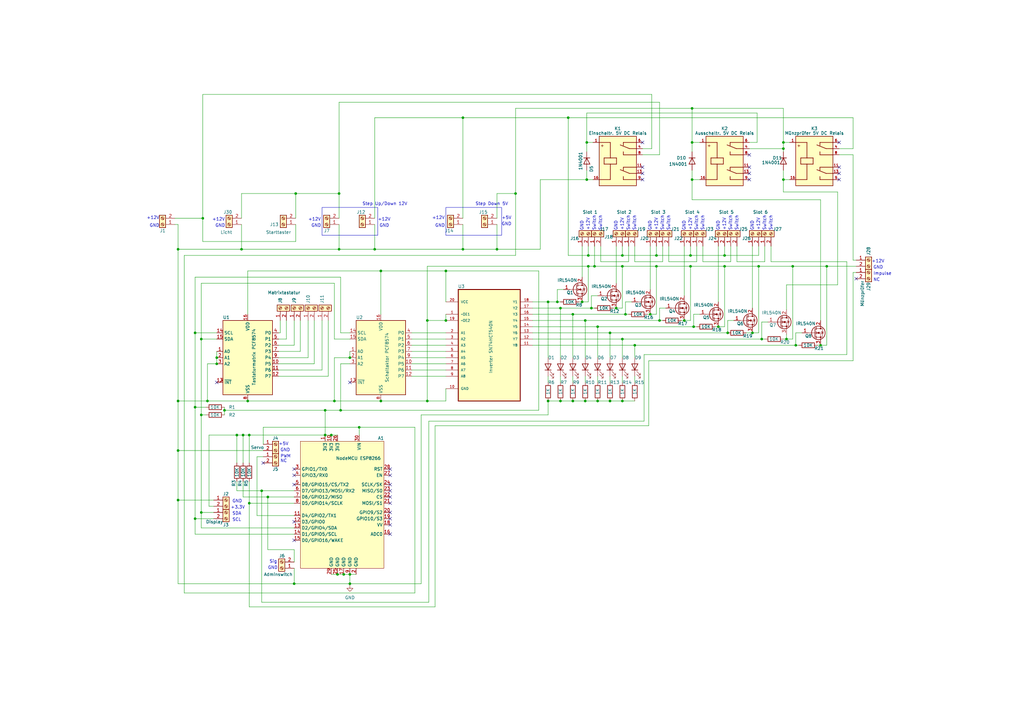
<source format=kicad_sch>
(kicad_sch (version 20230121) (generator eeschema)
  (paper "A3")
  (lib_symbols
    (symbol "74xx:SN74HCT540N" (pin_names (offset 1.016))
      (property "Reference" "U" (at -4.9824 22.5223 0))
      (property "Value" "SN74HCT540N" (at -5.8248 -28.132 0))
      (symbol "SN74HCT540N_0_0"
        (pin input line (at -17.78 10.16 0) (length 5.08) (name "~OE1") (number "1"))
        (pin passive line (at -17.78 -20.32 0) (length 5.08) (name "GND") (number "10"))
        (pin output line (at 17.78 -2.54 180) (length 5.08) (name "Y8") (number "11"))
        (pin output line (at 17.78 0 180) (length 5.08) (name "Y7") (number "12"))
        (pin output line (at 17.78 2.54 180) (length 5.08) (name "Y6") (number "13"))
        (pin output line (at 17.78 5.08 180) (length 5.08) (name "Y5") (number "14"))
        (pin output line (at 17.78 7.62 180) (length 5.08) (name "Y4") (number "15"))
        (pin output line (at 17.78 10.16 180) (length 5.08) (name "Y3") (number "16"))
        (pin output line (at 17.78 12.7 180) (length 5.08) (name "Y2") (number "17"))
        (pin output line (at 17.78 15.24 180) (length 5.08) (name "Y1") (number "18"))
        (pin input line (at -17.78 7.62 0) (length 5.08) (name "~OE2") (number "19"))
        (pin input line (at -17.78 2.54 0) (length 5.08) (name "A1") (number "2"))
        (pin power_in line (at -17.78 15.24 0) (length 5.08) (name "VCC") (number "20"))
        (pin input line (at -17.78 -2.54 0) (length 5.08) (name "A3") (number "4"))
      )
      (symbol "SN74HCT540N_1_0"
        (pin input line (at -17.78 0 0) (length 5.08) (name "A2") (number "3"))
        (pin input line (at -17.78 -5.08 0) (length 5.08) (name "A4") (number "5"))
        (pin input line (at -17.78 -7.62 0) (length 5.08) (name "A5") (number "6"))
        (pin input line (at -17.78 -10.16 0) (length 5.08) (name "A6") (number "7"))
        (pin input line (at -17.78 -12.7 0) (length 5.08) (name "A7") (number "8"))
        (pin input line (at -17.78 -15.24 0) (length 5.08) (name "A8") (number "9"))
      )
    )
    (symbol "Connector:Screw_Terminal_01x02" (pin_names (offset 1.016) hide)
      (property "Reference" "J" (at 0 2.54 0))
      (property "Value" "Screw_Terminal_01x02" (at 0 -5.08 0))
      (symbol "Screw_Terminal_01x02_1_1"
        (pin passive line (at -5.08 0 0) (length 3.81) (name "Pin_1") (number "1"))
        (pin passive line (at -5.08 -2.54 0) (length 3.81) (name "Pin_2") (number "2"))
      )
    )
    (symbol "Device:LED" (pin_numbers hide) (pin_names (offset 1.016) hide)
      (property "Reference" "D" (at 0 2.54 0))
      (property "Value" "LED" (at 0 -2.54 0))
      (symbol "LED_1_1"
        (pin passive line (at -3.81 0 0) (length 2.54) (name "K") (number "1"))
        (pin passive line (at 3.81 0 180) (length 2.54) (name "A") (number "2"))
      )
    )
    (symbol "Device:R" (pin_numbers hide) (pin_names (offset 0))
      (property "Reference" "R" (at 2.032 0 90))
      (property "Value" "R" (at 0 0 90))
      (symbol "R_1_1"
        (pin passive line (at 0 3.81 270) (length 1.27) (name "~") (number "1"))
        (pin passive line (at 0 -3.81 90) (length 1.27) (name "~") (number "2"))
      )
    )
    (symbol "Diode:1N4001" (pin_numbers hide) (pin_names hide)
      (property "Reference" "D" (at 0 2.54 0))
      (property "Value" "1N4001" (at 0 -2.54 0))
      (symbol "1N4001_1_1"
        (pin passive line (at -3.81 0 0) (length 2.54) (name "K") (number "1"))
        (pin passive line (at 3.81 0 180) (length 2.54) (name "A") (number "2"))
      )
    )
    (symbol "Interface_Expansion:PCF8574"
      (property "Reference" "U" (at -8.89 16.51 0))
      (property "Value" "PCF8574" (at 2.54 16.51 0))
      (symbol "PCF8574_1_1"
        (pin input line (at -12.7 2.54 0) (length 2.54) (name "A0") (number "1"))
        (pin bidirectional line (at 12.7 -2.54 180) (length 2.54) (name "P5") (number "10"))
        (pin bidirectional line (at 12.7 -5.08 180) (length 2.54) (name "P6") (number "11"))
        (pin bidirectional line (at 12.7 -7.62 180) (length 2.54) (name "P7") (number "12"))
        (pin open_collector output_low (at -12.7 -10.16 0) (length 2.54) (name "~{INT}") (number "13"))
        (pin input line (at -12.7 10.16 0) (length 2.54) (name "SCL") (number "14"))
        (pin bidirectional line (at -12.7 7.62 0) (length 2.54) (name "SDA") (number "15"))
        (pin power_in line (at 0 17.78 270) (length 2.54) (name "VDD") (number "16"))
        (pin input line (at -12.7 0 0) (length 2.54) (name "A1") (number "2"))
        (pin input line (at -12.7 -2.54 0) (length 2.54) (name "A2") (number "3"))
        (pin bidirectional line (at 12.7 10.16 180) (length 2.54) (name "P0") (number "4"))
        (pin bidirectional line (at 12.7 7.62 180) (length 2.54) (name "P1") (number "5"))
        (pin bidirectional line (at 12.7 5.08 180) (length 2.54) (name "P2") (number "6"))
        (pin bidirectional line (at 12.7 2.54 180) (length 2.54) (name "P3") (number "7"))
        (pin power_in line (at 0 -17.78 90) (length 2.54) (name "VSS") (number "8"))
        (pin bidirectional line (at 12.7 0 180) (length 2.54) (name "P4") (number "9"))
      )
    )
    (symbol "PCM_SL_Development_Board:Lolin_NodeMCU_ESP8266_V3"
      (property "Reference" "A" (at -12.7 27.94 0))
      (property "Value" "Lolin_NodeMCU_ESP8266_V3" (at -0.635 -19.05 0))
      (symbol "Lolin_NodeMCU_ESP8266_V3_1_1"
        (pin power_in line (at -7.62 27.94 270) (length 2.54) (name "3V3") (number "1"))
        (pin power_in line (at -5.08 27.94 270) (length 2.54) (name "3V3") (number "10"))
        (pin bidirectional line (at -20.32 -5.08 0) (length 2.54) (name "D4/GPIO2/TX1") (number "11"))
        (pin bidirectional line (at -20.32 -7.62 0) (length 2.54) (name "D3/GPIO0") (number "12"))
        (pin bidirectional line (at -20.32 -10.16 0) (length 2.54) (name "D2/GPIO4/SDA") (number "13"))
        (pin bidirectional line (at -20.32 -12.7 0) (length 2.54) (name "D1/GPIO5/SCL") (number "14"))
        (pin bidirectional line (at -20.32 -15.24 0) (length 2.54) (name "D0/GPIO16/WAKE") (number "15"))
        (pin bidirectional line (at 19.05 -12.7 180) (length 2.54) (name "ADC0") (number "16"))
        (pin power_in line (at 0 -29.21 90) (length 2.54) (name "GND") (number "17"))
        (pin bidirectional line (at 19.05 -8.89 180) (length 2.54) (name "VV") (number "18"))
        (pin bidirectional line (at 19.05 -6.35 180) (length 2.54) (name "GPIO10/S3") (number "19"))
        (pin power_in line (at 5.08 -29.21 90) (length 2.54) (name "GND") (number "2"))
        (pin bidirectional line (at 19.05 -3.81 180) (length 2.54) (name "GPIO9/S2") (number "20"))
        (pin bidirectional line (at 19.05 0 180) (length 2.54) (name "MOSI/S1") (number "21"))
        (pin bidirectional line (at 19.05 2.54 180) (length 2.54) (name "CS") (number "22"))
        (pin bidirectional line (at 19.05 5.08 180) (length 2.54) (name "MISO/S0") (number "23"))
        (pin bidirectional line (at 19.05 7.62 180) (length 2.54) (name "SCLK/SK") (number "24"))
        (pin power_in line (at -2.54 -29.21 90) (length 2.54) (name "GND") (number "25"))
        (pin power_in line (at -2.54 27.94 270) (length 2.54) (name "3V3") (number "26"))
        (pin bidirectional line (at 19.05 11.43 180) (length 2.54) (name "EN") (number "27"))
        (pin bidirectional line (at 19.05 13.97 180) (length 2.54) (name "RST") (number "28"))
        (pin power_in line (at -5.08 -29.21 90) (length 2.54) (name "GND") (number "29"))
        (pin bidirectional line (at -20.32 13.97 0) (length 2.54) (name "GPIO1/TX0") (number "3"))
        (pin power_in line (at 6.35 27.94 270) (length 2.54) (name "VIN") (number "30"))
        (pin bidirectional line (at -20.32 11.43 0) (length 2.54) (name "GPIO3/RX0") (number "4"))
        (pin bidirectional line (at -20.32 7.62 0) (length 2.54) (name "D8/GPIO15/CS/TX2") (number "5"))
        (pin bidirectional line (at -20.32 5.08 0) (length 2.54) (name "D7/GPIO13/MOSI/RX2") (number "6"))
        (pin bidirectional line (at -20.32 2.54 0) (length 2.54) (name "D6/GPIO12/MISO") (number "7"))
        (pin bidirectional line (at -20.32 0 0) (length 2.54) (name "D5/GPIO14/SCLK") (number "8"))
        (pin power_in line (at 2.54 -29.21 90) (length 2.54) (name "GND") (number "9"))
      )
    )
    (symbol "Relay:1-1462037-8" (pin_names (offset 1.016))
      (property "Reference" "K" (at -7.6347 10.6886 0))
      (property "Value" "1-1462037-8" (at -7.6246 -12.7076 0))
      (symbol "1-1462037-8_0_0"
        (pin passive line (at -10.16 7.62 0) (length 2.54) (name "~") (number "1"))
      )
      (symbol "1-1462037-8_1_0"
        (pin passive line (at 10.16 -2.54 180) (length 2.54) (name "~") (number "11"))
        (pin passive line (at 10.16 -5.08 180) (length 2.54) (name "~") (number "13"))
        (pin passive line (at -10.16 -7.62 0) (length 2.54) (name "~") (number "16"))
        (pin passive line (at 10.16 5.08 180) (length 2.54) (name "~") (number "4"))
        (pin passive line (at 10.16 7.62 180) (length 2.54) (name "~") (number "6"))
        (pin passive line (at 10.16 2.54 180) (length 2.54) (name "~") (number "8"))
        (pin passive line (at 10.16 -7.62 180) (length 2.54) (name "~") (number "9"))
      )
      (symbol "1-1462037-8_1_1"
        (text "+" (at -6.35 6.35 0) (effects (font (size 1.27 1.27))))
      )
    )
    (symbol "Transistor_FET:IRF540N" (pin_names hide)
      (property "Reference" "Q" (at 6.35 1.905 0))
      (property "Value" "IRF540N" (at 6.35 0 0))
      (symbol "IRF540N_1_1"
        (pin input line (at -5.08 0 0) (length 2.54) (name "G") (number "1"))
        (pin passive line (at 2.54 5.08 270) (length 2.54) (name "D") (number "2"))
        (pin passive line (at 2.54 -5.08 90) (length 2.54) (name "S") (number "3"))
      )
    )
    (symbol "power:GND" (power) (pin_names (offset 0))
      (property "Value" "GND" (at 0 -3.81 0))
      (symbol "GND_1_1"
        (pin power_in line (at 0 0 270) (length 0) hide (name "GND") (number "1"))
      )
    )
  )
  (junction (at 240.03 164.465))
  (junction (at 97.155 178.435))
  (junction (at 245.11 164.465))
  (junction (at 297.18 104.775))
  (junction (at 182.88 131.445))
  (junction (at 88.9 146.685))
  (junction (at 283.21 104.775))
  (junction (at 250.19 164.465))
  (junction (at 229.87 164.465))
  (junction (at 83.185 89.535))
  (junction (at 121.285 79.375))
  (junction (at 156.21 111.125))
  (junction (at 82.55 139.065))
  (junction (at 322.58 139.065))
  (junction (at 109.855 203.835))
  (junction (at 238.76 123.825))
  (junction (at 240.665 73.66))
  (junction (at 326.39 141.605))
  (junction (at 283.21 109.22))
  (junction (at 229.87 126.365))
  (junction (at 321.31 58.42))
  (junction (at 73.025 102.235))
  (junction (at 137.16 164.465))
  (junction (at 120.65 239.395))
  (junction (at 255.27 109.22))
  (junction (at 135.89 178.435))
  (junction (at 243.84 109.22))
  (junction (at 241.3 109.22))
  (junction (at 240.03 131.445))
  (junction (at 85.09 164.465))
  (junction (at 80.01 136.525))
  (junction (at 298.45 136.525))
  (junction (at 321.31 60.96))
  (junction (at 101.6 164.465))
  (junction (at 269.24 104.775))
  (junction (at 245.11 133.985))
  (junction (at 284.48 133.985))
  (junction (at 250.19 136.525))
  (junction (at 270.51 131.445))
  (junction (at 255.27 139.065))
  (junction (at 140.97 235.585))
  (junction (at 255.27 164.465))
  (junction (at 73.025 205.105))
  (junction (at 294.64 133.985))
  (junction (at 182.88 111.125))
  (junction (at 139.065 102.235))
  (junction (at 260.35 141.605))
  (junction (at 252.73 126.365))
  (junction (at 133.35 168.275))
  (junction (at 312.42 139.065))
  (junction (at 88.9 149.225))
  (junction (at 211.455 79.375))
  (junction (at 269.24 109.22))
  (junction (at 203.835 102.235))
  (junction (at 99.695 178.435))
  (junction (at 82.55 170.18))
  (junction (at 280.67 131.445))
  (junction (at 255.27 104.775))
  (junction (at 139.7 168.275))
  (junction (at 283.845 73.66))
  (junction (at 234.95 128.905))
  (junction (at 224.79 123.825))
  (junction (at 80.01 212.725))
  (junction (at 73.025 184.785))
  (junction (at 311.15 109.22))
  (junction (at 189.865 102.235))
  (junction (at 283.845 58.42))
  (junction (at 339.09 109.22))
  (junction (at 266.7 128.905))
  (junction (at 133.35 178.435))
  (junction (at 283.845 44.45))
  (junction (at 336.55 141.605))
  (junction (at 175.26 131.445))
  (junction (at 143.51 239.395))
  (junction (at 143.51 146.685))
  (junction (at 325.12 109.22))
  (junction (at 147.32 175.26))
  (junction (at 189.865 48.26))
  (junction (at 99.06 102.235))
  (junction (at 240.665 58.42))
  (junction (at 308.61 136.525))
  (junction (at 224.79 164.465))
  (junction (at 228.6 123.825))
  (junction (at 175.26 164.465))
  (junction (at 138.43 235.585))
  (junction (at 80.01 167.005))
  (junction (at 156.21 164.465))
  (junction (at 256.54 128.905))
  (junction (at 82.55 210.185))
  (junction (at 139.065 79.375))
  (junction (at 234.95 164.465))
  (junction (at 107.315 201.295))
  (junction (at 297.18 109.22))
  (junction (at 102.235 178.435))
  (junction (at 242.57 126.365))
  (junction (at 233.045 48.26))
  (junction (at 321.31 73.66))
  (junction (at 73.025 164.465))
  (junction (at 241.3 104.775))
  (junction (at 143.51 235.585))
  (junction (at 92.075 168.275))
  (junction (at 102.235 206.375))
  (junction (at 153.67 102.235))
  (no_connect (at 307.34 73.66))
  (no_connect (at 263.525 58.42))
  (no_connect (at 160.02 219.075))
  (no_connect (at 160.02 198.755))
  (no_connect (at 344.17 73.66))
  (no_connect (at 120.65 221.615))
  (no_connect (at 120.65 192.405))
  (no_connect (at 344.17 68.58))
  (no_connect (at 160.02 203.835))
  (no_connect (at 307.34 71.12))
  (no_connect (at 120.65 194.945))
  (no_connect (at 88.9 156.845))
  (no_connect (at 160.02 212.725))
  (no_connect (at 120.65 198.755))
  (no_connect (at 120.65 213.995))
  (no_connect (at 344.17 58.42))
  (no_connect (at 307.34 68.58))
  (no_connect (at 160.02 210.185))
  (no_connect (at 263.525 71.12))
  (no_connect (at 263.525 73.66))
  (no_connect (at 344.17 71.12))
  (no_connect (at 160.02 192.405))
  (no_connect (at 263.525 68.58))
  (no_connect (at 307.34 63.5))
  (no_connect (at 160.02 206.375))
  (no_connect (at 160.02 215.265))
  (no_connect (at 351.155 114.3))
  (no_connect (at 160.02 194.945))
  (no_connect (at 107.95 189.865))
  (no_connect (at 160.02 201.295))
  (no_connect (at 143.51 156.845))
  (wire (pts (xy 224.79 154.305) (xy 224.79 156.845)))
  (wire (pts (xy 257.81 107.315) (xy 246.38 107.315)))
  (wire (pts (xy 143.51 146.685) (xy 137.16 146.685)))
  (wire (pts (xy 224.79 123.825) (xy 224.79 146.685)))
  (wire (pts (xy 240.03 131.445) (xy 240.03 146.685)))
  (wire (pts (xy 80.01 136.525) (xy 88.9 136.525)))
  (wire (pts (xy 255.27 126.365) (xy 252.73 126.365)))
  (wire (pts (xy 175.26 131.445) (xy 175.26 109.22)))
  (wire (pts (xy 321.31 58.42) (xy 321.31 60.96)))
  (wire (pts (xy 349.885 111.76) (xy 349.885 147.955)))
  (wire (pts (xy 99.695 197.485) (xy 99.695 203.835)))
  (wire (pts (xy 283.21 131.445) (xy 280.67 131.445)))
  (wire (pts (xy 306.07 136.525) (xy 308.61 136.525)))
  (wire (pts (xy 107.95 182.245) (xy 107.95 175.26)))
  (wire (pts (xy 211.455 104.775) (xy 75.565 104.775)))
  (wire (pts (xy 251.46 126.365) (xy 252.73 126.365)))
  (wire (pts (xy 297.18 133.985) (xy 294.64 133.985)))
  (wire (pts (xy 343.535 78.74) (xy 343.535 116.84)))
  (wire (pts (xy 270.51 126.365) (xy 270.51 131.445)))
  (wire (pts (xy 233.045 48.26) (xy 233.045 104.775)))
  (wire (pts (xy 85.725 178.435) (xy 97.155 178.435)))
  (wire (pts (xy 310.515 58.42) (xy 310.515 46.355)))
  (wire (pts (xy 85.09 164.465) (xy 101.6 164.465)))
  (wire (pts (xy 120.65 239.395) (xy 143.51 239.395)))
  (wire (pts (xy 224.79 164.465) (xy 229.87 164.465)))
  (wire (pts (xy 245.11 154.305) (xy 245.11 156.845)))
  (wire (pts (xy 218.44 133.985) (xy 245.11 133.985)))
  (wire (pts (xy 260.35 107.315) (xy 260.35 100.965)))
  (wire (pts (xy 137.16 139.065) (xy 137.16 116.205)))
  (wire (pts (xy 137.16 146.685) (xy 137.16 164.465)))
  (wire (pts (xy 339.09 109.22) (xy 351.155 109.22)))
  (wire (pts (xy 234.95 164.465) (xy 240.03 164.465)))
  (wire (pts (xy 270.51 131.445) (xy 271.78 131.445)))
  (wire (pts (xy 228.6 123.825) (xy 229.87 123.825)))
  (wire (pts (xy 182.88 159.385) (xy 182.88 164.465)))
  (wire (pts (xy 321.31 73.66) (xy 321.31 78.74)))
  (wire (pts (xy 73.025 164.465) (xy 85.09 164.465)))
  (wire (pts (xy 182.88 131.445) (xy 175.26 131.445)))
  (wire (pts (xy 269.24 128.905) (xy 266.7 128.905)))
  (wire (pts (xy 168.91 151.765) (xy 182.88 151.765)))
  (wire (pts (xy 109.855 203.835) (xy 109.855 225.425)))
  (wire (pts (xy 218.44 141.605) (xy 260.35 141.605)))
  (wire (pts (xy 134.62 131.445) (xy 134.62 154.305)))
  (wire (pts (xy 311.15 104.775) (xy 297.18 104.775)))
  (wire (pts (xy 298.45 136.525) (xy 298.45 131.445)))
  (wire (pts (xy 73.025 239.395) (xy 120.65 239.395)))
  (wire (pts (xy 243.84 109.22) (xy 255.27 109.22)))
  (wire (pts (xy 175.26 131.445) (xy 175.26 164.465)))
  (wire (pts (xy 312.42 132.08) (xy 314.96 132.08)))
  (wire (pts (xy 170.18 243.205) (xy 170.18 175.26)))
  (wire (pts (xy 88.9 149.225) (xy 85.09 149.225)))
  (wire (pts (xy 135.89 178.435) (xy 138.43 178.435)))
  (wire (pts (xy 274.32 107.315) (xy 274.32 100.965)))
  (wire (pts (xy 246.38 100.965) (xy 246.38 107.315)))
  (wire (pts (xy 218.44 123.825) (xy 224.79 123.825)))
  (wire (pts (xy 280.67 100.965) (xy 280.67 121.285)))
  (wire (pts (xy 283.845 69.85) (xy 283.845 73.66)))
  (wire (pts (xy 252.73 100.965) (xy 252.73 116.205)))
  (wire (pts (xy 75.565 104.775) (xy 75.565 243.205)))
  (wire (pts (xy 133.35 178.435) (xy 135.89 178.435)))
  (wire (pts (xy 114.3 149.225) (xy 128.905 149.225)))
  (wire (pts (xy 218.44 128.905) (xy 234.95 128.905)))
  (wire (pts (xy 312.42 139.065) (xy 312.42 132.08)))
  (wire (pts (xy 224.79 170.18) (xy 172.72 170.18)))
  (wire (pts (xy 139.7 168.275) (xy 133.35 168.275)))
  (wire (pts (xy 211.455 44.45) (xy 283.845 44.45)))
  (wire (pts (xy 267.335 60.96) (xy 263.525 60.96)))
  (wire (pts (xy 85.725 207.645) (xy 87.63 207.645)))
  (wire (pts (xy 132.08 151.765) (xy 132.08 131.445)))
  (wire (pts (xy 85.725 178.435) (xy 85.725 207.645)))
  (wire (pts (xy 241.3 123.825) (xy 238.76 123.825)))
  (wire (pts (xy 137.16 164.465) (xy 156.21 164.465)))
  (wire (pts (xy 283.21 109.22) (xy 283.21 131.445)))
  (wire (pts (xy 156.21 111.125) (xy 156.21 128.905)))
  (wire (pts (xy 102.235 206.375) (xy 102.235 248.92)))
  (wire (pts (xy 97.155 178.435) (xy 99.695 178.435)))
  (wire (pts (xy 182.88 111.125) (xy 182.88 123.825)))
  (wire (pts (xy 245.11 164.465) (xy 250.19 164.465)))
  (wire (pts (xy 271.78 100.965) (xy 271.78 107.315)))
  (wire (pts (xy 121.285 89.535) (xy 121.285 79.375)))
  (wire (pts (xy 283.845 44.45) (xy 283.845 58.42)))
  (wire (pts (xy 240.03 164.465) (xy 245.11 164.465)))
  (wire (pts (xy 266.7 100.965) (xy 266.7 118.745)))
  (wire (pts (xy 283.845 44.45) (xy 321.31 44.45)))
  (wire (pts (xy 228.6 118.745) (xy 231.14 118.745)))
  (wire (pts (xy 299.72 107.315) (xy 288.29 107.315)))
  (wire (pts (xy 255.27 104.775) (xy 255.27 100.965)))
  (wire (pts (xy 114.3 139.065) (xy 117.475 139.065)))
  (wire (pts (xy 99.06 79.375) (xy 121.285 79.375)))
  (wire (pts (xy 349.885 63.5) (xy 349.885 106.68)))
  (wire (pts (xy 255.27 139.065) (xy 255.27 146.685)))
  (wire (pts (xy 153.67 48.26) (xy 153.67 89.535)))
  (wire (pts (xy 245.11 121.285) (xy 242.57 121.285)))
  (wire (pts (xy 182.88 128.905) (xy 182.88 131.445)))
  (wire (pts (xy 143.51 235.585) (xy 143.51 239.395)))
  (wire (pts (xy 250.19 154.305) (xy 250.19 156.845)))
  (wire (pts (xy 240.665 46.355) (xy 240.665 58.42)))
  (wire (pts (xy 143.51 239.395) (xy 172.72 239.395)))
  (wire (pts (xy 82.55 216.535) (xy 120.65 216.535)))
  (wire (pts (xy 120.65 141.605) (xy 120.65 131.445)))
  (wire (pts (xy 97.155 197.485) (xy 97.155 201.295)))
  (wire (pts (xy 102.235 197.485) (xy 102.235 206.375)))
  (wire (pts (xy 349.885 106.68) (xy 351.155 106.68)))
  (wire (pts (xy 273.05 126.365) (xy 270.51 126.365)))
  (wire (pts (xy 243.84 109.22) (xy 241.3 109.22)))
  (wire (pts (xy 321.31 139.065) (xy 322.58 139.065)))
  (wire (pts (xy 123.19 144.145) (xy 123.19 131.445)))
  (wire (pts (xy 168.91 139.065) (xy 182.88 139.065)))
  (wire (pts (xy 203.835 89.535) (xy 203.835 79.375)))
  (wire (pts (xy 321.31 78.74) (xy 343.535 78.74)))
  (wire (pts (xy 221.615 73.66) (xy 240.665 73.66)))
  (wire (pts (xy 85.09 149.225) (xy 85.09 164.465)))
  (wire (pts (xy 243.205 58.42) (xy 240.665 58.42)))
  (wire (pts (xy 102.235 178.435) (xy 102.235 189.865)))
  (wire (pts (xy 266.065 147.955) (xy 266.065 174.625)))
  (wire (pts (xy 182.88 111.125) (xy 220.98 111.125)))
  (wire (pts (xy 243.205 73.66) (xy 240.665 73.66)))
  (wire (pts (xy 299.72 100.965) (xy 299.72 107.315)))
  (wire (pts (xy 326.39 136.525) (xy 328.93 136.525)))
  (wire (pts (xy 140.97 235.585) (xy 143.51 235.585)))
  (wire (pts (xy 175.26 164.465) (xy 182.88 164.465)))
  (wire (pts (xy 139.7 168.275) (xy 220.98 168.275)))
  (wire (pts (xy 302.26 100.965) (xy 302.26 107.315)))
  (wire (pts (xy 311.15 109.22) (xy 325.12 109.22)))
  (wire (pts (xy 271.78 107.315) (xy 260.35 107.315)))
  (wire (pts (xy 120.65 233.045) (xy 120.65 239.395)))
  (wire (pts (xy 82.55 170.18) (xy 82.55 210.185)))
  (wire (pts (xy 143.51 235.585) (xy 146.05 235.585)))
  (wire (pts (xy 229.87 126.365) (xy 229.87 146.685)))
  (wire (pts (xy 120.65 211.455) (xy 105.41 211.455)))
  (wire (pts (xy 260.35 141.605) (xy 326.39 141.605)))
  (wire (pts (xy 139.7 168.275) (xy 139.7 149.225)))
  (wire (pts (xy 316.23 107.315) (xy 316.23 100.965)))
  (wire (pts (xy 114.3 146.685) (xy 126.365 146.685)))
  (wire (pts (xy 234.95 128.905) (xy 234.95 146.685)))
  (wire (pts (xy 245.11 133.985) (xy 245.11 146.685)))
  (wire (pts (xy 82.55 116.205) (xy 82.55 139.065)))
  (wire (pts (xy 168.91 141.605) (xy 182.88 141.605)))
  (wire (pts (xy 138.43 235.585) (xy 140.97 235.585)))
  (wire (pts (xy 75.565 243.205) (xy 170.18 243.205)))
  (wire (pts (xy 310.515 46.355) (xy 240.665 46.355)))
  (wire (pts (xy 117.475 139.065) (xy 117.475 131.445)))
  (wire (pts (xy 189.865 102.235) (xy 203.835 102.235)))
  (wire (pts (xy 283.21 100.965) (xy 283.21 104.775)))
  (wire (pts (xy 139.065 92.075) (xy 139.065 102.235)))
  (wire (pts (xy 255.27 109.22) (xy 255.27 126.365)))
  (wire (pts (xy 99.695 178.435) (xy 102.235 178.435)))
  (wire (pts (xy 137.16 116.205) (xy 82.55 116.205)))
  (wire (pts (xy 242.57 121.285) (xy 242.57 126.365)))
  (wire (pts (xy 189.865 92.075) (xy 189.865 102.235)))
  (wire (pts (xy 327.66 141.605) (xy 326.39 141.605)))
  (wire (pts (xy 83.185 38.735) (xy 267.335 38.735)))
  (wire (pts (xy 255.27 139.065) (xy 218.44 139.065)))
  (wire (pts (xy 339.09 141.605) (xy 336.55 141.605)))
  (wire (pts (xy 255.27 109.22) (xy 269.24 109.22)))
  (wire (pts (xy 294.64 100.965) (xy 294.64 123.825)))
  (wire (pts (xy 311.15 109.22) (xy 311.15 136.525)))
  (wire (pts (xy 99.695 178.435) (xy 99.695 189.865)))
  (wire (pts (xy 298.45 131.445) (xy 300.99 131.445)))
  (wire (pts (xy 283.21 104.775) (xy 269.24 104.775)))
  (wire (pts (xy 322.58 127) (xy 322.58 116.84)))
  (wire (pts (xy 264.16 145.415) (xy 264.16 172.72)))
  (wire (pts (xy 88.9 144.145) (xy 88.9 146.685)))
  (wire (pts (xy 92.075 168.275) (xy 92.075 170.18)))
  (wire (pts (xy 250.19 164.465) (xy 255.27 164.465)))
  (wire (pts (xy 73.025 102.235) (xy 99.06 102.235)))
  (wire (pts (xy 263.525 63.5) (xy 270.51 63.5)))
  (wire (pts (xy 285.75 100.965) (xy 285.75 107.315)))
  (wire (pts (xy 99.06 92.075) (xy 99.06 102.235)))
  (wire (pts (xy 241.3 100.965) (xy 241.3 104.775)))
  (wire (pts (xy 97.155 201.295) (xy 107.315 201.295)))
  (wire (pts (xy 211.455 79.375) (xy 211.455 104.775)))
  (wire (pts (xy 260.35 154.305) (xy 260.35 156.845)))
  (wire (pts (xy 237.49 123.825) (xy 238.76 123.825)))
  (wire (pts (xy 297.18 100.965) (xy 297.18 104.775)))
  (wire (pts (xy 270.51 63.5) (xy 270.51 41.91)))
  (wire (pts (xy 344.17 63.5) (xy 349.885 63.5)))
  (wire (pts (xy 229.87 164.465) (xy 234.95 164.465)))
  (wire (pts (xy 233.045 48.26) (xy 349.885 48.26)))
  (wire (pts (xy 203.835 92.075) (xy 203.835 102.235)))
  (wire (pts (xy 264.16 172.72) (xy 175.895 172.72)))
  (wire (pts (xy 250.19 136.525) (xy 298.45 136.525)))
  (wire (pts (xy 172.72 170.18) (xy 172.72 239.395)))
  (wire (pts (xy 83.185 99.06) (xy 121.285 99.06)))
  (wire (pts (xy 80.01 212.725) (xy 80.01 219.075)))
  (wire (pts (xy 102.235 178.435) (xy 133.35 178.435)))
  (wire (pts (xy 325.12 109.22) (xy 339.09 109.22)))
  (wire (pts (xy 218.44 131.445) (xy 240.03 131.445)))
  (wire (pts (xy 178.435 248.92) (xy 178.435 174.625)))
  (wire (pts (xy 255.27 154.305) (xy 255.27 156.845)))
  (wire (pts (xy 238.76 100.965) (xy 238.76 113.665)))
  (wire (pts (xy 288.29 107.315) (xy 288.29 100.965)))
  (wire (pts (xy 168.91 146.685) (xy 182.88 146.685)))
  (wire (pts (xy 101.6 164.465) (xy 137.16 164.465)))
  (wire (pts (xy 311.15 100.965) (xy 311.15 104.775)))
  (wire (pts (xy 107.95 175.26) (xy 147.32 175.26)))
  (wire (pts (xy 297.18 104.775) (xy 283.21 104.775)))
  (wire (pts (xy 220.98 168.275) (xy 220.98 111.125)))
  (wire (pts (xy 133.35 168.275) (xy 92.075 168.275)))
  (wire (pts (xy 265.43 128.905) (xy 266.7 128.905)))
  (wire (pts (xy 71.755 89.535) (xy 83.185 89.535)))
  (wire (pts (xy 218.44 136.525) (xy 250.19 136.525)))
  (wire (pts (xy 269.24 104.775) (xy 255.27 104.775)))
  (wire (pts (xy 107.315 247.015) (xy 107.315 201.295)))
  (wire (pts (xy 240.03 131.445) (xy 270.51 131.445)))
  (wire (pts (xy 347.345 107.315) (xy 347.345 145.415)))
  (wire (pts (xy 102.235 248.92) (xy 178.435 248.92)))
  (wire (pts (xy 283.845 73.66) (xy 283.845 81.915)))
  (wire (pts (xy 156.21 164.465) (xy 175.26 164.465)))
  (wire (pts (xy 325.12 109.22) (xy 325.12 139.065)))
  (wire (pts (xy 168.91 144.145) (xy 182.88 144.145)))
  (wire (pts (xy 73.025 164.465) (xy 73.025 184.785)))
  (wire (pts (xy 175.26 109.22) (xy 241.3 109.22)))
  (wire (pts (xy 120.65 230.505) (xy 120.65 225.425)))
  (wire (pts (xy 139.065 102.235) (xy 153.67 102.235)))
  (wire (pts (xy 240.665 73.66) (xy 240.665 69.85)))
  (wire (pts (xy 139.7 136.525) (xy 139.7 113.665)))
  (wire (pts (xy 114.3 136.525) (xy 114.935 136.525)))
  (wire (pts (xy 284.48 133.985) (xy 284.48 128.905)))
  (wire (pts (xy 267.335 38.735) (xy 267.335 60.96)))
  (wire (pts (xy 107.315 201.295) (xy 120.65 201.295)))
  (wire (pts (xy 80.01 167.005) (xy 84.455 167.005)))
  (wire (pts (xy 224.79 164.465) (xy 224.79 170.18)))
  (wire (pts (xy 240.03 154.305) (xy 240.03 156.845)))
  (wire (pts (xy 321.31 60.96) (xy 321.31 62.23)))
  (wire (pts (xy 203.835 102.235) (xy 221.615 102.235)))
  (wire (pts (xy 189.865 48.26) (xy 189.865 89.535)))
  (wire (pts (xy 285.75 107.315) (xy 274.32 107.315)))
  (wire (pts (xy 99.06 102.235) (xy 139.065 102.235)))
  (wire (pts (xy 143.51 139.065) (xy 137.16 139.065)))
  (wire (pts (xy 114.935 136.525) (xy 114.935 131.445)))
  (wire (pts (xy 133.35 168.275) (xy 133.35 178.435)))
  (wire (pts (xy 80.01 113.665) (xy 80.01 136.525)))
  (wire (pts (xy 80.01 219.075) (xy 120.65 219.075)))
  (wire (pts (xy 139.065 79.375) (xy 139.065 89.535)))
  (wire (pts (xy 224.79 123.825) (xy 228.6 123.825)))
  (wire (pts (xy 283.845 73.66) (xy 287.02 73.66)))
  (wire (pts (xy 189.865 48.26) (xy 233.045 48.26)))
  (wire (pts (xy 99.695 203.835) (xy 109.855 203.835)))
  (wire (pts (xy 279.4 131.445) (xy 280.67 131.445)))
  (wire (pts (xy 349.885 147.955) (xy 266.065 147.955)))
  (wire (pts (xy 147.32 175.26) (xy 147.32 178.435)))
  (wire (pts (xy 153.67 48.26) (xy 189.865 48.26)))
  (wire (pts (xy 321.31 73.66) (xy 323.85 73.66)))
  (wire (pts (xy 308.61 100.965) (xy 308.61 126.365)))
  (wire (pts (xy 322.58 137.16) (xy 322.58 139.065)))
  (wire (pts (xy 73.025 184.785) (xy 107.95 184.785)))
  (wire (pts (xy 143.51 239.395) (xy 143.51 240.03)))
  (wire (pts (xy 283.845 58.42) (xy 287.02 58.42)))
  (wire (pts (xy 107.95 187.325) (xy 105.41 187.325)))
  (wire (pts (xy 153.67 92.075) (xy 153.67 102.235)))
  (wire (pts (xy 102.235 206.375) (xy 120.65 206.375)))
  (wire (pts (xy 284.48 128.905) (xy 287.02 128.905)))
  (wire (pts (xy 321.31 44.45) (xy 321.31 58.42)))
  (wire (pts (xy 109.855 203.835) (xy 120.65 203.835)))
  (wire (pts (xy 255.27 139.065) (xy 312.42 139.065)))
  (wire (pts (xy 168.91 154.305) (xy 182.88 154.305)))
  (wire (pts (xy 73.025 184.785) (xy 73.025 205.105)))
  (wire (pts (xy 255.27 164.465) (xy 260.35 164.465)))
  (wire (pts (xy 71.755 92.075) (xy 73.025 92.075)))
  (wire (pts (xy 134.62 154.305) (xy 114.3 154.305)))
  (wire (pts (xy 311.15 136.525) (xy 308.61 136.525)))
  (wire (pts (xy 234.95 154.305) (xy 234.95 156.845)))
  (wire (pts (xy 316.23 107.315) (xy 347.345 107.315)))
  (wire (pts (xy 88.9 146.685) (xy 88.9 149.225)))
  (wire (pts (xy 241.3 109.22) (xy 241.3 123.825)))
  (wire (pts (xy 245.11 133.985) (xy 284.48 133.985)))
  (wire (pts (xy 349.885 111.76) (xy 351.155 111.76)))
  (wire (pts (xy 228.6 118.745) (xy 228.6 123.825)))
  (wire (pts (xy 297.18 109.22) (xy 297.18 133.985)))
  (wire (pts (xy 240.665 58.42) (xy 240.665 62.23)))
  (wire (pts (xy 73.025 205.105) (xy 73.025 239.395)))
  (wire (pts (xy 347.345 145.415) (xy 264.16 145.415)))
  (wire (pts (xy 211.455 44.45) (xy 211.455 79.375)))
  (wire (pts (xy 114.3 144.145) (xy 123.19 144.145)))
  (wire (pts (xy 293.37 133.985) (xy 294.64 133.985)))
  (wire (pts (xy 83.185 38.735) (xy 83.185 89.535)))
  (wire (pts (xy 114.3 141.605) (xy 120.65 141.605)))
  (wire (pts (xy 241.3 104.775) (xy 255.27 104.775)))
  (wire (pts (xy 175.895 172.72) (xy 175.895 247.015)))
  (wire (pts (xy 234.95 128.905) (xy 256.54 128.905)))
  (wire (pts (xy 73.025 164.465) (xy 73.025 102.235)))
  (wire (pts (xy 260.35 141.605) (xy 260.35 146.685)))
  (wire (pts (xy 218.44 126.365) (xy 229.87 126.365)))
  (wire (pts (xy 321.31 69.85) (xy 321.31 73.66)))
  (wire (pts (xy 87.63 210.185) (xy 82.55 210.185)))
  (wire (pts (xy 168.91 136.525) (xy 182.88 136.525)))
  (wire (pts (xy 283.21 109.22) (xy 297.18 109.22)))
  (wire (pts (xy 143.51 144.145) (xy 143.51 146.685)))
  (wire (pts (xy 83.185 89.535) (xy 83.185 99.06)))
  (wire (pts (xy 256.54 123.825) (xy 256.54 128.905)))
  (wire (pts (xy 168.91 149.225) (xy 182.88 149.225)))
  (wire (pts (xy 82.55 139.065) (xy 82.55 170.18)))
  (wire (pts (xy 92.075 168.275) (xy 92.075 167.005)))
  (wire (pts (xy 221.615 73.66) (xy 221.615 102.235)))
  (wire (pts (xy 211.455 79.375) (xy 203.835 79.375)))
  (wire (pts (xy 339.09 109.22) (xy 339.09 141.605)))
  (wire (pts (xy 175.895 247.015) (xy 107.315 247.015)))
  (wire (pts (xy 344.17 60.96) (xy 349.885 60.96)))
  (wire (pts (xy 243.84 126.365) (xy 242.57 126.365)))
  (wire (pts (xy 269.24 100.965) (xy 269.24 104.775)))
  (wire (pts (xy 139.7 149.225) (xy 143.51 149.225)))
  (wire (pts (xy 323.85 58.42) (xy 321.31 58.42)))
  (wire (pts (xy 269.24 109.22) (xy 283.21 109.22)))
  (wire (pts (xy 257.81 128.905) (xy 256.54 128.905)))
  (wire (pts (xy 97.155 178.435) (xy 97.155 189.865)))
  (wire (pts (xy 139.7 113.665) (xy 80.01 113.665)))
  (wire (pts (xy 170.18 175.26) (xy 147.32 175.26)))
  (wire (pts (xy 153.67 102.235) (xy 189.865 102.235)))
  (wire (pts (xy 105.41 187.325) (xy 105.41 211.455)))
  (wire (pts (xy 233.045 104.775) (xy 241.3 104.775)))
  (wire (pts (xy 126.365 146.685) (xy 126.365 131.445)))
  (wire (pts (xy 82.55 139.065) (xy 88.9 139.065)))
  (wire (pts (xy 285.75 133.985) (xy 284.48 133.985)))
  (wire (pts (xy 139.065 41.91) (xy 139.065 79.375)))
  (wire (pts (xy 109.855 225.425) (xy 120.65 225.425)))
  (wire (pts (xy 101.6 111.125) (xy 156.21 111.125)))
  (wire (pts (xy 250.19 136.525) (xy 250.19 146.685)))
  (wire (pts (xy 99.06 89.535) (xy 99.06 79.375)))
  (wire (pts (xy 121.285 99.06) (xy 121.285 92.075)))
  (wire (pts (xy 270.51 41.91) (xy 139.065 41.91)))
  (wire (pts (xy 313.69 100.965) (xy 313.69 107.315)))
  (wire (pts (xy 135.89 235.585) (xy 138.43 235.585)))
  (wire (pts (xy 156.21 111.125) (xy 182.88 111.125)))
  (wire (pts (xy 73.025 92.075) (xy 73.025 102.235)))
  (wire (pts (xy 243.84 100.965) (xy 243.84 109.22)))
  (wire (pts (xy 335.28 141.605) (xy 336.55 141.605)))
  (wire (pts (xy 283.845 62.23) (xy 283.845 58.42)))
  (wire (pts (xy 349.885 60.96) (xy 349.885 48.26)))
  (wire (pts (xy 307.34 60.96) (xy 321.31 60.96)))
  (wire (pts (xy 313.69 139.065) (xy 312.42 139.065)))
  (wire (pts (xy 82.55 210.185) (xy 82.55 216.535)))
  (wire (pts (xy 269.24 109.22) (xy 269.24 128.905)))
  (wire (pts (xy 87.63 212.725) (xy 80.01 212.725)))
  (wire (pts (xy 128.905 149.225) (xy 128.905 131.445)))
  (wire (pts (xy 84.455 170.18) (xy 82.55 170.18)))
  (wire (pts (xy 80.01 167.005) (xy 80.01 212.725)))
  (wire (pts (xy 178.435 174.625) (xy 266.065 174.625)))
  (wire (pts (xy 101.6 111.125) (xy 101.6 128.905)))
  (wire (pts (xy 80.01 136.525) (xy 80.01 167.005)))
  (wire (pts (xy 297.18 109.22) (xy 311.15 109.22)))
  (wire (pts (xy 87.63 205.105) (xy 73.025 205.105)))
  (wire (pts (xy 336.55 81.915) (xy 336.55 131.445)))
  (wire (pts (xy 229.87 154.305) (xy 229.87 156.845)))
  (wire (pts (xy 322.58 116.84) (xy 343.535 116.84)))
  (wire (pts (xy 326.39 141.605) (xy 326.39 136.525)))
  (wire (pts (xy 114.3 151.765) (xy 132.08 151.765)))
  (wire (pts (xy 259.08 123.825) (xy 256.54 123.825)))
  (wire (pts (xy 310.515 58.42) (xy 307.34 58.42)))
  (wire (pts (xy 325.12 139.065) (xy 322.58 139.065)))
  (wire (pts (xy 257.81 100.965) (xy 257.81 107.315)))
  (wire (pts (xy 313.69 107.315) (xy 302.26 107.315)))
  (wire (pts (xy 283.845 81.915) (xy 336.55 81.915)))
  (wire (pts (xy 143.51 136.525) (xy 139.7 136.525)))
  (wire (pts (xy 229.87 126.365) (xy 242.57 126.365)))
  (wire (pts (xy 121.285 79.375) (xy 139.065 79.375)))
  (rectangle (start 132.08 85.09) (end 154.94 96.52))
  (rectangle (start 182.88 85.09) (end 205.74 96.52))
  (text "Switch" (at 258.445 94.615 90) (effects (font (size 1.27 1.27)) (justify left bottom)))
  (text "Impulse" (at 358.14 113.03 0) (effects (font (size 1.27 1.27)) (justify left bottom)))
  (text "GND" (at 239.395 94.615 90) (effects (font (size 1.27 1.27)) (justify left bottom)))
  (text "GND" (at 65.405 93.345 0) (effects (font (size 1.27 1.27)) (justify right bottom)))
  (text "Switch" (at 300.355 94.615 90) (effects (font (size 1.27 1.27)) (justify left bottom)))
  (text "Switch" (at 286.385 94.615 90) (effects (font (size 1.27 1.27)) (justify left bottom)))
  (text "Switch" (at 314.325 94.615 90) (effects (font (size 1.27 1.27)) (justify left bottom)))
  (text "+5V" (at 205.74 90.17 0) (effects (font (size 1.27 1.27)) (justify left bottom)))
  (text "Switch" (at 316.865 94.615 90) (effects (font (size 1.27 1.27)) (justify left bottom)))
  (text "+12V" (at 357.505 107.95 0) (effects (font (size 1.27 1.27)) (justify left bottom)))
  (text "Switch" (at 288.925 94.615 90) (effects (font (size 1.27 1.27)) (justify left bottom)))
  (text "+12V\n" (at 126.365 90.805 0) (effects (font (size 1.27 1.27)) (justify left bottom)))
  (text "SCL" (at 95.25 213.995 0) (effects (font (size 1.27 1.27)) (justify left bottom)))
  (text "GND" (at 309.245 94.615 90) (effects (font (size 1.27 1.27)) (justify left bottom)))
  (text "+12V" (at 241.935 94.615 90) (effects (font (size 1.27 1.27)) (justify left bottom)))
  (text "NC" (at 114.935 189.865 0) (effects (font (size 1.27 1.27)) (justify left bottom)))
  (text "GND" (at 109.855 233.68 0) (effects (font (size 1.27 1.27)) (justify left bottom)))
  (text "+12V" (at 311.785 94.615 90) (effects (font (size 1.27 1.27)) (justify left bottom)))
  (text "GND" (at 253.365 94.615 90) (effects (font (size 1.27 1.27)) (justify left bottom)))
  (text "GND" (at 281.305 94.615 90) (effects (font (size 1.27 1.27)) (justify left bottom)))
  (text "Switch" (at 244.475 94.615 90) (effects (font (size 1.27 1.27)) (justify left bottom)))
  (text "SDA" (at 95.25 211.455 0) (effects (font (size 1.27 1.27)) (justify left bottom)))
  (text "+3.3V" (at 94.615 208.915 0) (effects (font (size 1.27 1.27)) (justify left bottom)))
  (text "GND" (at 127.635 93.345 0) (effects (font (size 1.27 1.27)) (justify left bottom)))
  (text "+12V\n" (at 154.94 90.805 0) (effects (font (size 1.27 1.27)) (justify left bottom)))
  (text "Switch" (at 302.895 94.615 90) (effects (font (size 1.27 1.27)) (justify left bottom)))
  (text "+12V" (at 65.405 90.17 0) (effects (font (size 1.27 1.27)) (justify right bottom)))
  (text "+5V" (at 114.3 182.88 0) (effects (font (size 1.27 1.27)) (justify left bottom)))
  (text "+12V" (at 269.875 94.615 90) (effects (font (size 1.27 1.27)) (justify left bottom)))
  (text "Step Down 5V" (at 194.945 84.455 0) (effects (font (size 1.27 1.27)) (justify left bottom)))
  (text "GND" (at 295.275 94.615 90) (effects (font (size 1.27 1.27)) (justify left bottom)))
  (text "+12V" (at 283.845 94.615 90) (effects (font (size 1.27 1.27)) (justify left bottom)))
  (text "GND\n" (at 155.575 93.345 0) (effects (font (size 1.27 1.27)) (justify left bottom)))
  (text "NC" (at 358.14 115.57 0) (effects (font (size 1.27 1.27)) (justify left bottom)))
  (text "+12V\n" (at 86.995 90.805 0) (effects (font (size 1.27 1.27)) (justify left bottom)))
  (text "GND" (at 95.25 206.375 0) (effects (font (size 1.27 1.27)) (justify left bottom)))
  (text "GND" (at 114.935 185.42 0) (effects (font (size 1.27 1.27)) (justify left bottom)))
  (text "Switch" (at 272.415 94.615 90) (effects (font (size 1.27 1.27)) (justify left bottom)))
  (text "PWM" (at 114.935 187.96 0) (effects (font (size 1.27 1.27)) (justify left bottom)))
  (text "Switch" (at 260.985 94.615 90) (effects (font (size 1.27 1.27)) (justify left bottom)))
  (text "Sig" (at 110.49 231.14 0) (effects (font (size 1.27 1.27)) (justify left bottom)))
  (text "GND" (at 178.435 93.345 0) (effects (font (size 1.27 1.27)) (justify left bottom)))
  (text "GND" (at 358.14 110.49 0) (effects (font (size 1.27 1.27)) (justify left bottom)))
  (text "GND" (at 88.265 93.345 0) (effects (font (size 1.27 1.27)) (justify left bottom)))
  (text "+12V" (at 255.905 94.615 90) (effects (font (size 1.27 1.27)) (justify left bottom)))
  (text "GND" (at 267.335 94.615 90) (effects (font (size 1.27 1.27)) (justify left bottom)))
  (text "+12V" (at 177.165 90.17 0) (effects (font (size 1.27 1.27)) (justify left bottom)))
  (text "Switch" (at 247.015 94.615 90) (effects (font (size 1.27 1.27)) (justify left bottom)))
  (text "Step Up/Down 12V" (at 148.59 84.455 0) (effects (font (size 1.27 1.27)) (justify left bottom)))
  (text "Switch" (at 274.955 94.615 90) (effects (font (size 1.27 1.27)) (justify left bottom)))
  (text "+12V" (at 297.815 94.615 90) (effects (font (size 1.27 1.27)) (justify left bottom)))
  (text "GND" (at 205.74 92.71 0) (effects (font (size 1.27 1.27)) (justify left bottom)))
  (symbol (lib_id "Connector:Screw_Terminal_01x02") (at 66.675 92.075 180) (unit 1)
    (property "Reference" "J1" (at 67.945 94.615 0) (effects (justify left)))
    (property "Value" "Batterie IN" (effects hide))
    (property "Footprint" "TerminalBlock_MetzConnect:TerminalBlock_MetzConnect_Type011_RT05502HBWC_1x02_P5.00mm_Horizontal" (effects hide))
  )
  (symbol (lib_id "Interface_Expansion:PCF8574") (at 101.6 146.685 0) (unit 1)
    (property "Reference" "U1" (at 91.44 130.175 0) (effects (justify left)))
    (property "Value" "Tastaturmatrix PCF8574" (at 104.14 158.115 90) (effects (justify left)))
    (property "Footprint" "Package_DIP:DIP-16_W7.62mm_Socket_LongPads" (effects hide))
    (property "Datasheet" "http://www.nxp.com/docs/en/data-sheet/PCF8574_PCF8574A.pdf" (effects hide))
  )
  (symbol (lib_id "Device:LED") (at 260.35 150.495 90) (unit 1)
    (property "Reference" "D9" (at 260.35 146.685 90) (effects (justify right)))
    (property "Value" "LED" (effects hide))
    (property "Footprint" "LED_THT:LED_D5.0mm" (effects hide))
  )
  (symbol (lib_id "Diode:1N4001") (at 283.845 66.04 270) (unit 1)
    (property "Reference" "D10" (at 277.495 64.77 90) (effects (justify left)))
    (property "Value" "1N4001" (at 274.32 67.31 90) (effects (justify left)))
    (property "Footprint" "Diode_THT:D_DO-41_SOD81_P10.16mm_Horizontal" (effects hide))
    (property "Datasheet" "http://www.vishay.com/docs/88503/1n4001.pdf" (effects hide))
    (property "Sim.Device" "D" (effects hide))
    (property "Sim.Pins" "1=K 2=A" (effects hide))
  )
  (symbol (lib_id "Diode:1N4001") (at 321.31 66.04 270) (unit 1)
    (property "Reference" "D11" (at 316.865 64.77 90) (effects (justify left)))
    (property "Value" "1N4001" (at 312.42 66.675 90) (effects (justify left)))
    (property "Footprint" "Diode_THT:D_DO-41_SOD81_P10.16mm_Horizontal" (effects hide))
    (property "Datasheet" "http://www.vishay.com/docs/88503/1n4001.pdf" (effects hide))
    (property "Sim.Device" "D" (effects hide))
    (property "Sim.Pins" "1=K 2=A" (effects hide))
  )
  (symbol (lib_id "Connector:Screw_Terminal_01x02") (at 238.76 95.885 90) (unit 1)
    (property "Reference" "J16" (at 237.49 97.79 90) (effects (justify left)))
    (property "Value" "Slot 1" (at 245.11 86.995 90) (effects (justify left)))
    (property "Footprint" "TerminalBlock_MetzConnect:TerminalBlock_MetzConnect_Type011_RT05502HBWC_1x02_P5.00mm_Horizontal" (effects hide))
  )
  (symbol (lib_id "Interface_Expansion:PCF8574") (at 156.21 146.685 0) (unit 1)
    (property "Reference" "U2" (at 146.05 130.175 0) (effects (justify left)))
    (property "Value" "Schaltaktor PCF8574" (at 158.75 156.845 90) (effects (justify left)))
    (property "Footprint" "Package_DIP:DIP-16_W7.62mm_Socket_LongPads" (effects hide))
    (property "Datasheet" "http://www.nxp.com/docs/en/data-sheet/PCF8574_PCF8574A.pdf" (effects hide))
  )
  (symbol (lib_id "Connector:Screw_Terminal_01x02") (at 198.755 92.075 180) (unit 1)
    (property "Reference" "J15" (at 200.025 86.995 0) (effects (justify left)))
    (property "Value" "Step Down 5V OUT" (effects hide))
    (property "Footprint" "PCM_SL_Jumpers:JUP_P20mm" (effects hide))
  )
  (symbol (lib_id "Device:R") (at 289.56 133.985 90) (unit 1)
    (property "Reference" "R18" (at 294.005 135.255 90))
    (property "Value" "10K" (at 289.56 133.985 90))
    (property "Footprint" "Resistor_THT:R_Axial_DIN0207_L6.3mm_D2.5mm_P10.16mm_Horizontal" (effects hide))
  )
  (symbol (lib_id "Device:R") (at 233.68 123.825 90) (unit 1)
    (property "Reference" "R8" (at 237.49 125.095 90))
    (property "Value" "10K" (at 233.68 123.825 90))
    (property "Footprint" "Resistor_THT:R_Axial_DIN0207_L6.3mm_D2.5mm_P10.16mm_Horizontal" (effects hide))
  )
  (symbol (lib_id "Transistor_FET:IRF540N") (at 278.13 126.365 0) (unit 1)
    (property "Reference" "Q4" (at 274.32 127.635 0) (effects (justify left)))
    (property "Value" "IRL540N" (at 270.51 122.555 0) (effects (justify left)))
    (property "Footprint" "Package_TO_SOT_THT:TO-220-3_Vertical" (effects hide))
    (property "Datasheet" "http://www.irf.com/product-info/datasheets/data/irf540n.pdf" (effects hide))
  )
  (symbol (lib_id "Connector:Screw_Terminal_01x02") (at 257.81 95.885 90) (unit 1)
    (property "Reference" "J19" (at 264.795 93.98 90) (effects (justify left)))
    (property "Value" "Slotswitch 2" (effects hide))
    (property "Footprint" "TerminalBlock_MetzConnect:TerminalBlock_MetzConnect_Type011_RT05502HBWC_1x02_P5.00mm_Horizontal" (effects hide))
  )
  (symbol (lib_id "Connector:Screw_Terminal_01x02") (at 266.7 95.885 90) (unit 1)
    (property "Reference" "J20" (at 266.065 97.79 90) (effects (justify left)))
    (property "Value" "Slot 3" (at 273.05 86.995 90) (effects (justify left)))
    (property "Footprint" "TerminalBlock_MetzConnect:TerminalBlock_MetzConnect_Type011_RT05502HBWC_1x02_P5.00mm_Horizontal" (effects hide))
  )
  (symbol (lib_id "Device:R") (at 102.235 193.675 180) (unit 1)
    (property "Reference" "R5" (at 100.965 196.85 90) (effects (justify left)))
    (property "Value" "10K" (at 102.235 191.77 90) (effects (justify left)))
    (property "Footprint" "Resistor_THT:R_Axial_DIN0207_L6.3mm_D2.5mm_P10.16mm_Horizontal" (effects hide))
  )
  (symbol (lib_id "Connector:Screw_Terminal_01x02") (at 113.03 187.325 0) (unit 1)
    (property "Reference" "J5" (at 111.76 192.405 0) (effects (justify left)))
    (property "Value" "Servo 2" (effects hide))
    (property "Footprint" "TerminalBlock_MetzConnect:TerminalBlock_MetzConnect_Type011_RT05502HBWC_1x02_P5.00mm_Horizontal" (effects hide))
  )
  (symbol (lib_id "Device:LED") (at 234.95 150.495 90) (unit 1)
    (property "Reference" "D3" (at 234.95 146.685 90) (effects (justify right)))
    (property "Value" "LED" (effects hide))
    (property "Footprint" "LED_THT:LED_D5.0mm" (effects hide))
  )
  (symbol (lib_id "Transistor_FET:IRF540N") (at 306.07 131.445 0) (unit 1)
    (property "Reference" "Q6" (at 302.26 132.715 0) (effects (justify left)))
    (property "Value" "IRL540N" (at 298.45 127.635 0) (effects (justify left)))
    (property "Footprint" "Package_TO_SOT_THT:TO-220-3_Vertical" (effects hide))
    (property "Datasheet" "http://www.irf.com/product-info/datasheets/data/irf540n.pdf" (effects hide))
  )
  (symbol (lib_id "Connector:Screw_Terminal_01x02") (at 294.64 95.885 90) (unit 1)
    (property "Reference" "J24" (at 294.005 97.79 90) (effects (justify left)))
    (property "Value" "Slot 5" (at 300.99 86.995 90) (effects (justify left)))
    (property "Footprint" "TerminalBlock_MetzConnect:TerminalBlock_MetzConnect_Type011_RT05502HBWC_1x02_P5.00mm_Horizontal" (effects hide))
  )
  (symbol (lib_id "Connector:Screw_Terminal_01x02") (at 114.935 126.365 90) (unit 1)
    (property "Reference" "J8" (at 114.935 124.46 0) (effects (justify left)))
    (property "Value" "Matrixtastatur" (at 123.19 120.015 90) (effects (justify left)))
    (property "Footprint" "TerminalBlock_MetzConnect:TerminalBlock_MetzConnect_Type011_RT05502HBWC_1x02_P5.00mm_Horizontal" (effects hide))
  )
  (symbol (lib_id "Device:R") (at 250.19 160.655 0) (unit 1)
    (property "Reference" "R13" (at 250.19 156.845 0) (effects (justify left)))
    (property "Value" "1K" (at 250.19 161.925 90) (effects (justify left)))
    (property "Footprint" "Resistor_THT:R_Axial_DIN0207_L6.3mm_D2.5mm_P10.16mm_Horizontal" (effects hide))
  )
  (symbol (lib_id "Device:R") (at 302.26 136.525 90) (unit 1)
    (property "Reference" "R19" (at 306.705 137.795 90))
    (property "Value" "10K" (at 304.165 136.525 90) (effects (justify left)))
    (property "Footprint" "Resistor_THT:R_Axial_DIN0207_L6.3mm_D2.5mm_P10.16mm_Horizontal" (effects hide))
  )
  (symbol (lib_id "Device:R") (at 260.35 160.655 0) (unit 1)
    (property "Reference" "R15" (at 260.35 156.845 0) (effects (justify left)))
    (property "Value" "1K" (at 260.35 161.925 90) (effects (justify left)))
    (property "Footprint" "Resistor_THT:R_Axial_DIN0207_L6.3mm_D2.5mm_P10.16mm_Horizontal" (effects hide))
  )
  (symbol (lib_id "Device:LED") (at 229.87 150.495 90) (unit 1)
    (property "Reference" "D2" (at 229.87 146.685 90) (effects (justify right)))
    (property "Value" "LED" (effects hide))
    (property "Footprint" "LED_THT:LED_D5.0mm" (effects hide))
  )
  (symbol (lib_id "Diode:1N4001") (at 240.665 66.04 270) (unit 1)
    (property "Reference" "D5" (at 242.57 67.945 0) (effects (justify left)))
    (property "Value" "1N4001" (at 238.125 62.23 0) (effects (justify left)))
    (property "Footprint" "Diode_THT:D_DO-41_SOD81_P10.16mm_Horizontal" (effects hide))
    (property "Datasheet" "http://www.vishay.com/docs/88503/1n4001.pdf" (effects hide))
    (property "Sim.Device" "D" (effects hide))
    (property "Sim.Pins" "1=K 2=A" (effects hide))
  )
  (symbol (lib_id "Transistor_FET:IRF540N") (at 292.1 128.905 0) (unit 1)
    (property "Reference" "Q5" (at 288.29 130.175 0) (effects (justify left)))
    (property "Value" "IRL540N" (at 284.48 125.095 0) (effects (justify left)))
    (property "Footprint" "Package_TO_SOT_THT:TO-220-3_Vertical" (effects hide))
    (property "Datasheet" "http://www.irf.com/product-info/datasheets/data/irf540n.pdf" (effects hide))
  )
  (symbol (lib_id "Relay:1-1462037-8") (at 297.18 66.04 0) (unit 1)
    (property "Reference" "K2" (at 297.18 52.705 0))
    (property "Value" "Ausschaltr. 5V DC Relais" (at 297.18 54.61 0))
    (property "Footprint" "Relay_THT:SDS_Relay" (effects hide))
    (property "Comment" "1-1462037-8" (effects hide))
    (property "MF" "TE Connectivity" (effects hide))
    (property "Description" "\nCircular Connector IM03TS=IM RELAY 140 MW 5 V | TE Connectivity 1-1462037-8\n" (effects hide))
    (property "Package" "None" (effects hide))
    (property "Price" "None" (effects hide))
    (property "Check_prices" "https://www.snapeda.com/parts/1-1462037-8/TE+Connectivity+Potter+%2526+Brumfield+Relays/view-part/?ref=eda" (effects hide))
    (property "STANDARD" "Manufacturer Recommendation" (effects hide))
    (property "PARTREV" "0917" (effects hide))
    (property "SnapEDA_Link" "https://www.snapeda.com/parts/1-1462037-8/TE+Connectivity+Potter+%2526+Brumfield+Relays/view-part/?ref=snap" (effects hide))
    (property "MP" "1-1462037-8" (effects hide))
    (property "EU_RoHS_Compliance" "Compliant" (effects hide))
    (property "Availability" "In Stock" (effects hide))
    (property "MANUFACTURER" "TE Connectivity" (effects hide))
  )
  (symbol (lib_id "Device:R") (at 229.87 160.655 0) (unit 1)
    (property "Reference" "R7" (at 229.87 156.845 0) (effects (justify left)))
    (property "Value" "1K" (at 229.87 161.925 90) (effects (justify left)))
    (property "Footprint" "Resistor_THT:R_Axial_DIN0207_L6.3mm_D2.5mm_P10.16mm_Horizontal" (effects hide))
  )
  (symbol (lib_id "Connector:Screw_Terminal_01x02") (at 148.59 92.075 180) (unit 1)
    (property "Reference" "J12" (at 149.86 86.995 0) (effects (justify left)))
    (property "Value" "12V Step Up/Down OUT" (effects hide))
    (property "Footprint" "PCM_SL_Jumpers:JUP_P20mm" (effects hide))
  )
  (symbol (lib_id "Device:R") (at 317.5 139.065 90) (unit 1)
    (property "Reference" "R20" (at 321.945 140.335 90))
    (property "Value" "10K" (at 319.405 139.065 90) (effects (justify left)))
    (property "Footprint" "Resistor_THT:R_Axial_DIN0207_L6.3mm_D2.5mm_P10.16mm_Horizontal" (effects hide))
  )
  (symbol (lib_id "Device:R") (at 240.03 160.655 0) (unit 1)
    (property "Reference" "R10" (at 240.03 156.845 0) (effects (justify left)))
    (property "Value" "1K" (at 240.03 161.925 90) (effects (justify left)))
    (property "Footprint" "Resistor_THT:R_Axial_DIN0207_L6.3mm_D2.5mm_P10.16mm_Horizontal" (effects hide))
  )
  (symbol (lib_id "Device:LED") (at 240.03 150.495 90) (unit 1)
    (property "Reference" "D4" (at 240.03 146.685 90) (effects (justify right)))
    (property "Value" "LED" (effects hide))
    (property "Footprint" "LED_THT:LED_D5.0mm" (effects hide))
  )
  (symbol (lib_id "Connector:Screw_Terminal_01x02") (at 280.67 95.885 90) (unit 1)
    (property "Reference" "J22" (at 280.035 97.79 90) (effects (justify left)))
    (property "Value" "Slot 4" (at 287.02 86.995 90) (effects (justify left)))
    (property "Footprint" "TerminalBlock_MetzConnect:TerminalBlock_MetzConnect_Type011_RT05502HBWC_1x02_P5.00mm_Horizontal" (effects hide))
  )
  (symbol (lib_id "Device:R") (at 331.47 141.605 90) (unit 1)
    (property "Reference" "R21" (at 335.915 142.875 90))
    (property "Value" "10K" (at 331.47 141.605 90))
    (property "Footprint" "Resistor_THT:R_Axial_DIN0207_L6.3mm_D2.5mm_P10.16mm_Horizontal" (effects hide))
  )
  (symbol (lib_id "Connector:Screw_Terminal_01x02") (at 92.71 205.105 0) (unit 1)
    (property "Reference" "J2" (at 91.44 202.565 0) (effects (justify left)))
    (property "Value" "Display" (at 84.455 213.995 0) (effects (justify left)))
    (property "Footprint" "TerminalBlock_MetzConnect:TerminalBlock_MetzConnect_Type011_RT05502HBWC_1x02_P5.00mm_Horizontal" (effects hide))
  )
  (symbol (lib_id "Connector:Screw_Terminal_01x02") (at 285.75 95.885 90) (unit 1)
    (property "Reference" "J23" (at 292.735 93.98 90) (effects (justify left)))
    (property "Value" "Slotswitch 4" (effects hide))
    (property "Footprint" "TerminalBlock_MetzConnect:TerminalBlock_MetzConnect_Type011_RT05502HBWC_1x02_P5.00mm_Horizontal" (effects hide))
  )
  (symbol (lib_id "Device:R") (at 255.27 160.655 0) (unit 1)
    (property "Reference" "R14" (at 255.27 156.845 0) (effects (justify left)))
    (property "Value" "1K" (at 255.27 161.925 90) (effects (justify left)))
    (property "Footprint" "Resistor_THT:R_Axial_DIN0207_L6.3mm_D2.5mm_P10.16mm_Horizontal" (effects hide))
  )
  (symbol (lib_id "Device:LED") (at 224.79 150.495 90) (unit 1)
    (property "Reference" "D1" (at 224.79 146.685 90) (effects (justify right)))
    (property "Value" "LED grün" (effects hide))
    (property "Footprint" "LED_THT:LED_D5.0mm" (effects hide))
  )
  (symbol (lib_id "Device:R") (at 88.265 167.005 90) (unit 1)
    (property "Reference" "R1" (at 96.52 167.005 90) (effects (justify left)))
    (property "Value" "10K" (at 90.17 167.005 90) (effects (justify left)))
    (property "Footprint" "Resistor_THT:R_Axial_DIN0207_L6.3mm_D2.5mm_P10.16mm_Horizontal" (effects hide))
  )
  (symbol (lib_id "Device:LED") (at 245.11 150.495 90) (unit 1)
    (property "Reference" "D6" (at 245.11 146.685 90) (effects (justify right)))
    (property "Value" "LED" (effects hide))
    (property "Footprint" "LED_THT:LED_D5.0mm" (effects hide))
  )
  (symbol (lib_id "Device:R") (at 97.155 193.675 180) (unit 1)
    (property "Reference" "R3" (at 95.885 196.85 90) (effects (justify left)))
    (property "Value" "10K" (at 97.155 191.77 90) (effects (justify left)))
    (property "Footprint" "Resistor_THT:R_Axial_DIN0207_L6.3mm_D2.5mm_P10.16mm_Horizontal" (effects hide))
  )
  (symbol (lib_id "Connector:Screw_Terminal_01x02") (at 308.61 95.885 90) (unit 1)
    (property "Reference" "J26" (at 307.975 97.79 90) (effects (justify left)))
    (property "Value" "Slot 6" (at 314.96 86.995 90) (effects (justify left)))
    (property "Footprint" "TerminalBlock_MetzConnect:TerminalBlock_MetzConnect_Type011_RT05502HBWC_1x02_P5.00mm_Horizontal" (effects hide))
  )
  (symbol (lib_id "Device:R") (at 88.265 170.18 90) (unit 1)
    (property "Reference" "R2" (at 96.52 170.18 90) (effects (justify left)))
    (property "Value" "10K" (at 90.17 170.18 90) (effects (justify left)))
    (property "Footprint" "Resistor_THT:R_Axial_DIN0207_L6.3mm_D2.5mm_P10.16mm_Horizontal" (effects hide))
  )
  (symbol (lib_id "Transistor_FET:IRF540N") (at 264.16 123.825 0) (unit 1)
    (property "Reference" "Q3" (at 260.35 125.095 0) (effects (justify left)))
    (property "Value" "IRL540N" (at 256.54 120.015 0) (effects (justify left)))
    (property "Footprint" "Package_TO_SOT_THT:TO-220-3_Vertical" (effects hide))
    (property "Datasheet" "http://www.irf.com/product-info/datasheets/data/irf540n.pdf" (effects hide))
  )
  (symbol (lib_id "Connector:Screw_Terminal_01x02") (at 252.73 95.885 90) (unit 1)
    (property "Reference" "J18" (at 251.46 97.155 90) (effects (justify left)))
    (property "Value" "Slot 2" (at 259.08 86.995 90) (effects (justify left)))
    (property "Footprint" "TerminalBlock_MetzConnect:TerminalBlock_MetzConnect_Type011_RT05502HBWC_1x02_P5.00mm_Horizontal" (effects hide))
  )
  (symbol (lib_id "Device:R") (at 99.695 193.675 180) (unit 1)
    (property "Reference" "R4" (at 98.425 196.85 90) (effects (justify left)))
    (property "Value" "10K" (at 99.695 191.77 90) (effects (justify left)))
    (property "Footprint" "Resistor_THT:R_Axial_DIN0207_L6.3mm_D2.5mm_P10.16mm_Horizontal" (effects hide))
  )
  (symbol (lib_id "Connector:Screw_Terminal_01x02") (at 120.65 126.365 90) (unit 1)
    (property "Reference" "J9" (at 120.65 124.46 0) (effects (justify left)))
    (property "Value" "Matrixtastatur 2" (effects hide))
    (property "Footprint" "TerminalBlock_MetzConnect:TerminalBlock_MetzConnect_Type011_RT05502HBWC_1x02_P5.00mm_Horizontal" (effects hide))
  )
  (symbol (lib_id "Device:LED") (at 250.19 150.495 90) (unit 1)
    (property "Reference" "D7" (at 250.19 146.685 90) (effects (justify right)))
    (property "Value" "LED" (effects hide))
    (property "Footprint" "LED_THT:LED_D5.0mm" (effects hide))
  )
  (symbol (lib_id "Transistor_FET:IRF540N") (at 320.04 132.08 0) (unit 1)
    (property "Reference" "Q7" (at 315.595 133.35 0) (effects (justify left)))
    (property "Value" "IRL540N" (at 312.42 128.27 0) (effects (justify left)))
    (property "Footprint" "Package_TO_SOT_THT:TO-220-3_Vertical" (effects hide))
    (property "Datasheet" "http://www.irf.com/product-info/datasheets/data/irf540n.pdf" (effects hide))
  )
  (symbol (lib_id "Transistor_FET:IRF540N") (at 236.22 118.745 0) (unit 1)
    (property "Reference" "Q1" (at 232.41 120.015 0) (effects (justify left)))
    (property "Value" "IRL540N" (at 228.6 114.935 0) (effects (justify left)))
    (property "Footprint" "Package_TO_SOT_THT:TO-220-3_Vertical" (effects hide))
    (property "Datasheet" "http://www.irf.com/product-info/datasheets/data/irf540n.pdf" (effects hide))
  )
  (symbol (lib_id "Relay:1-1462037-8") (at 253.365 66.04 0) (unit 1)
    (property "Reference" "K1" (at 253.365 52.705 0))
    (property "Value" "Einschaltr. 5V DC Relais" (at 253.365 54.61 0))
    (property "Footprint" "Relay_THT:SDS_Relay" (effects hide))
    (property "Comment" "1-1462037-8" (effects hide))
    (property "MF" "TE Connectivity" (effects hide))
    (property "Description" "\nCircular Connector IM03TS=IM RELAY 140 MW 5 V | TE Connectivity 1-1462037-8\n" (effects hide))
    (property "Package" "None" (effects hide))
    (property "Price" "None" (effects hide))
    (property "Check_prices" "https://www.snapeda.com/parts/1-1462037-8/TE+Connectivity+Potter+%2526+Brumfield+Relays/view-part/?ref=eda" (effects hide))
    (property "STANDARD" "Manufacturer Recommendation" (effects hide))
    (property "PARTREV" "0917" (effects hide))
    (property "SnapEDA_Link" "https://www.snapeda.com/parts/1-1462037-8/TE+Connectivity+Potter+%2526+Brumfield+Relays/view-part/?ref=snap" (effects hide))
    (property "MP" "1-1462037-8" (effects hide))
    (property "EU_RoHS_Compliance" "Compliant" (effects hide))
    (property "Availability" "In Stock" (effects hide))
    (property "MANUFACTURER" "TE Connectivity" (effects hide))
  )
  (symbol (lib_id "Connector:Screw_Terminal_01x02") (at 356.235 106.68 0) (unit 1)
    (property "Reference" "J28" (at 356.235 104.775 90) (effects (justify left)))
    (property "Value" "Münzprüfer" (at 353.695 125.73 90) (effects (justify left)))
    (property "Footprint" "TerminalBlock_MetzConnect:TerminalBlock_MetzConnect_Type011_RT05502HBWC_1x02_P5.00mm_Horizontal" (effects hide))
  )
  (symbol (lib_id "Device:R") (at 245.11 160.655 0) (unit 1)
    (property "Reference" "R11" (at 245.11 156.845 0) (effects (justify left)))
    (property "Value" "1K" (at 245.11 161.925 90) (effects (justify left)))
    (property "Footprint" "Resistor_THT:R_Axial_DIN0207_L6.3mm_D2.5mm_P10.16mm_Horizontal" (effects hide))
  )
  (symbol (lib_id "power:GND") (at 143.51 240.03 0) (unit 1)
    (property "Reference" "#PWR02" (effects hide))
    (property "Value" "GND" (at 143.51 245.11 0))
  )
  (symbol (lib_id "Connector:Screw_Terminal_01x02") (at 93.98 92.075 180) (unit 1)
    (property "Reference" "J30" (at 95.25 86.995 0) (effects (justify left)))
    (property "Value" "Licht" (at 95.25 95.25 0) (effects (justify left)))
    (property "Footprint" "TerminalBlock_MetzConnect:TerminalBlock_MetzConnect_Type011_RT05502HBWC_1x02_P5.00mm_Horizontal" (effects hide))
  )
  (symbol (lib_id "Device:R") (at 275.59 131.445 90) (unit 1)
    (property "Reference" "R17" (at 280.035 132.715 90))
    (property "Value" "10K" (at 275.59 131.445 90))
    (property "Footprint" "Resistor_THT:R_Axial_DIN0207_L6.3mm_D2.5mm_P10.16mm_Horizontal" (effects hide))
  )
  (symbol (lib_id "Connector:Screw_Terminal_01x02") (at 116.205 92.075 180) (unit 1)
    (property "Reference" "J13" (at 114.3 92.075 0) (effects (justify left)))
    (property "Value" "Starttaster" (at 119.38 95.25 0) (effects (justify left)))
    (property "Footprint" "TerminalBlock_MetzConnect:TerminalBlock_MetzConnect_Type011_RT05502HBWC_1x02_P5.00mm_Horizontal" (effects hide))
  )
  (symbol (lib_id "Transistor_FET:IRF540N") (at 250.19 121.285 0) (unit 1)
    (property "Reference" "Q2" (at 246.38 122.555 0) (effects (justify left)))
    (property "Value" "IRL540N" (at 242.57 117.475 0) (effects (justify left)))
    (property "Footprint" "Package_TO_SOT_THT:TO-220-3_Vertical" (effects hide))
    (property "Datasheet" "http://www.irf.com/product-info/datasheets/data/irf540n.pdf" (effects hide))
  )
  (symbol (lib_id "Connector:Screw_Terminal_01x02") (at 132.08 126.365 90) (unit 1)
    (property "Reference" "J11" (at 132.08 124.46 0) (effects (justify left)))
    (property "Value" "Matrixtastatur 4" (effects hide))
    (property "Footprint" "TerminalBlock_MetzConnect:TerminalBlock_MetzConnect_Type011_RT05502HBWC_1x02_P5.00mm_Horizontal" (effects hide))
  )
  (symbol (lib_id "Transistor_FET:IRF540N") (at 334.01 136.525 0) (unit 1)
    (property "Reference" "Q8" (at 330.2 137.795 0) (effects (justify left)))
    (property "Value" "IRL540N" (at 326.39 132.715 0) (effects (justify left)))
    (property "Footprint" "Package_TO_SOT_THT:TO-220-3_Vertical" (effects hide))
    (property "Datasheet" "http://www.irf.com/product-info/datasheets/data/irf540n.pdf" (effects hide))
  )
  (symbol (lib_id "Connector:Screw_Terminal_01x02") (at 271.78 95.885 90) (unit 1)
    (property "Reference" "J21" (at 278.765 93.98 90) (effects (justify left)))
    (property "Value" "Slotswitch 3" (effects hide))
    (property "Footprint" "TerminalBlock_MetzConnect:TerminalBlock_MetzConnect_Type011_RT05502HBWC_1x02_P5.00mm_Horizontal" (effects hide))
  )
  (symbol (lib_id "Relay:1-1462037-8") (at 334.01 66.04 0) (unit 1)
    (property "Reference" "K3" (at 334.01 52.705 0))
    (property "Value" "Münzprüfer 5V DC Relais" (at 334.01 54.61 0))
    (property "Footprint" "Relay_THT:SDS_Relay" (effects hide))
    (property "Comment" "1-1462037-8" (effects hide))
    (property "MF" "TE Connectivity" (effects hide))
    (property "Description" "\nCircular Connector IM03TS=IM RELAY 140 MW 5 V | TE Connectivity 1-1462037-8\n" (effects hide))
    (property "Package" "None" (effects hide))
    (property "Price" "None" (effects hide))
    (property "Check_prices" "https://www.snapeda.com/parts/1-1462037-8/TE+Connectivity+Potter+%2526+Brumfield+Relays/view-part/?ref=eda" (effects hide))
    (property "STANDARD" "Manufacturer Recommendation" (effects hide))
    (property "PARTREV" "0917" (effects hide))
    (property "SnapEDA_Link" "https://www.snapeda.com/parts/1-1462037-8/TE+Connectivity+Potter+%2526+Brumfield+Relays/view-part/?ref=snap" (effects hide))
    (property "MP" "1-1462037-8" (effects hide))
    (property "EU_RoHS_Compliance" "Compliant" (effects hide))
    (property "Availability" "In Stock" (effects hide))
    (property "MANUFACTURER" "TE Connectivity" (effects hide))
  )
  (symbol (lib_id "Connector:Screw_Terminal_01x02") (at 299.72 95.885 90) (unit 1)
    (property "Reference" "J25" (at 306.705 93.98 90) (effects (justify left)))
    (property "Value" "Slotswitch 5" (effects hide))
    (property "Footprint" "TerminalBlock_MetzConnect:TerminalBlock_MetzConnect_Type011_RT05502HBWC_1x02_P5.00mm_Horizontal" (effects hide))
  )
  (symbol (lib_id "Device:R") (at 224.79 160.655 0) (unit 1)
    (property "Reference" "R6" (at 224.79 156.845 0) (effects (justify left)))
    (property "Value" "1K" (at 224.79 161.925 90) (effects (justify left)))
    (property "Footprint" "Resistor_THT:R_Axial_DIN0207_L6.3mm_D2.5mm_P10.16mm_Horizontal" (effects hide))
  )
  (symbol (lib_id "Connector:Screw_Terminal_01x02") (at 313.69 95.885 90) (unit 1)
    (property "Reference" "J27" (at 320.675 93.98 90) (effects (justify left)))
    (property "Value" "Slotswitch 6" (effects hide))
    (property "Footprint" "TerminalBlock_MetzConnect:TerminalBlock_MetzConnect_Type011_RT05502HBWC_1x02_P5.00mm_Horizontal" (effects hide))
  )
  (symbol (lib_id "Connector:Screw_Terminal_01x02") (at 113.03 182.245 0) (unit 1)
    (property "Reference" "J4" (at 111.76 179.705 0) (effects (justify left)))
    (property "Value" "Servo" (at 102.87 183.515 0) (effects (justify left)))
    (property "Footprint" "TerminalBlock_MetzConnect:TerminalBlock_MetzConnect_Type011_RT05502HBWC_1x02_P5.00mm_Horizontal" (effects hide))
  )
  (symbol (lib_id "Connector:Screw_Terminal_01x02") (at 356.235 111.76 0) (unit 1)
    (property "Reference" "J29" (at 356.235 119.38 90) (effects (justify left)))
    (property "Value" "Münzprüfer 2" (effects hide))
    (property "Footprint" "TerminalBlock_MetzConnect:TerminalBlock_MetzConnect_Type011_RT05502HBWC_1x02_P5.00mm_Horizontal" (effects hide))
  )
  (symbol (lib_id "PCM_SL_Development_Board:Lolin_NodeMCU_ESP8266_V3") (at 140.97 206.375 0) (unit 1)
    (property "Reference" "A1" (at 154.94 179.705 0) (effects (justify left)))
    (property "Value" "NodeMCU ESP8266" (at 137.795 187.96 0) (effects (justify left)))
    (property "Footprint" "Module:NodeMCU-LoLinV3_2" (effects hide))
  )
  (symbol (lib_id "Connector:Screw_Terminal_01x02") (at 126.365 126.365 90) (unit 1)
    (property "Reference" "J10" (at 126.365 124.46 0) (effects (justify left)))
    (property "Value" "Matrixtastatur 3" (effects hide))
    (property "Footprint" "TerminalBlock_MetzConnect:TerminalBlock_MetzConnect_Type011_RT05502HBWC_1x02_P5.00mm_Horizontal" (effects hide))
  )
  (symbol (lib_id "Device:R") (at 261.62 128.905 90) (unit 1)
    (property "Reference" "R16" (at 266.065 130.175 90))
    (property "Value" "10K" (at 261.62 128.905 90))
    (property "Footprint" "Resistor_THT:R_Axial_DIN0207_L6.3mm_D2.5mm_P10.16mm_Horizontal" (effects hide))
  )
  (symbol (lib_id "74xx:SN74HCT540N") (at 200.66 139.065 0) (unit 1)
    (property "Reference" "U3" (at 189.23 117.475 0))
    (property "Value" "Inverter SN74HCT540N" (at 201.295 142.24 90))
    (property "Footprint" "Package_DIP:DIP-20_W7.62mm_Socket_LongPads" (effects hide))
    (property "MF" "Texas Instruments" (effects hide))
    (property "Description" "\n8-ch, 4.5-V to 5.5-V inverters with TTL-compatible CMOS inputs and 3-state outputs\n" (effects hide))
    (property "PACKAGE" "20-DIP" (effects hide))
    (property "MPN" "SN74HCT540N" (effects hide))
    (property "Price" "None" (effects hide))
    (property "Package" "PDIP-20 Texas Instruments" (effects hide))
    (property "OC_FARNELL" "9592040" (effects hide))
    (property "SnapEDA_Link" "https://www.snapeda.com/parts/SN74HCT540N/Texas+Instruments/view-part/?ref=snap" (effects hide))
    (property "MP" "SN74HCT540N" (effects hide))
    (property "Purchase-URL" "https://www.snapeda.com/api/url_track_click_mouser/?unipart_id=449151&manufacturer=Texas Instruments&part_name=SN74HCT540N&search_term=None" (effects hide))
    (property "SUPPLIER" "Texas Instruments" (effects hide))
    (property "OC_NEWARK" "60K6813" (effects hide))
    (property "Availability" "In Stock" (effects hide))
    (property "Check_prices" "https://www.snapeda.com/parts/SN74HCT540N/Texas+Instruments/view-part/?ref=eda" (effects hide))
  )
  (symbol (lib_id "Connector:Screw_Terminal_01x02") (at 115.57 233.045 180) (unit 1)
    (property "Reference" "J6" (at 116.84 227.965 0) (effects (justify left)))
    (property "Value" "Adminswitch" (at 120.015 235.585 0) (effects (justify left)))
    (property "Footprint" "TerminalBlock_MetzConnect:TerminalBlock_MetzConnect_Type011_RT05502HBWC_1x02_P5.00mm_Horizontal" (effects hide))
  )
  (symbol (lib_id "Connector:Screw_Terminal_01x02") (at 184.785 92.075 180) (unit 1)
    (property "Reference" "J14" (at 186.055 94.615 0) (effects (justify left)))
    (property "Value" "Step Down 5V IN" (effects hide))
    (property "Footprint" "PCM_SL_Jumpers:JUP_P20mm" (effects hide))
  )
  (symbol (lib_id "Connector:Screw_Terminal_01x02") (at 92.71 210.185 0) (unit 1)
    (property "Reference" "J3" (at 91.44 215.265 0) (effects (justify left)))
    (property "Value" "Display 2" (effects hide))
    (property "Footprint" "TerminalBlock_MetzConnect:TerminalBlock_MetzConnect_Type011_RT05502HBWC_1x02_P5.00mm_Horizontal" (effects hide))
  )
  (symbol (lib_id "Device:R") (at 247.65 126.365 90) (unit 1)
    (property "Reference" "R12" (at 252.095 127.635 90))
    (property "Value" "10K" (at 247.65 126.365 90))
    (property "Footprint" "Resistor_THT:R_Axial_DIN0207_L6.3mm_D2.5mm_P10.16mm_Horizontal" (effects hide))
  )
  (symbol (lib_id "Device:R") (at 234.95 160.655 0) (unit 1)
    (property "Reference" "R9" (at 234.95 156.845 0) (effects (justify left)))
    (property "Value" "1K" (at 234.95 161.925 90) (effects (justify left)))
    (property "Footprint" "Resistor_THT:R_Axial_DIN0207_L6.3mm_D2.5mm_P10.16mm_Horizontal" (effects hide))
  )
  (symbol (lib_id "Device:LED") (at 255.27 150.495 90) (unit 1)
    (property "Reference" "D8" (at 255.27 146.685 90) (effects (justify right)))
    (property "Value" "LED" (effects hide))
    (property "Footprint" "LED_THT:LED_D5.0mm" (effects hide))
  )
  (symbol (lib_id "Connector:Screw_Terminal_01x02") (at 133.985 92.075 180) (unit 1)
    (property "Reference" "J7" (at 135.255 94.615 0) (effects (justify left)))
    (property "Value" "12V Step Up/Down IN" (effects hide))
    (property "Footprint" "PCM_SL_Jumpers:JUP_P20mm" (effects hide))
  )
  (symbol (lib_id "Connector:Screw_Terminal_01x02") (at 243.84 95.885 90) (unit 1)
    (property "Reference" "J17" (at 249.555 93.98 90) (effects (justify left)))
    (property "Value" "Slotswitch 1" (effects hide))
    (property "Footprint" "TerminalBlock_MetzConnect:TerminalBlock_MetzConnect_Type011_RT05502HBWC_1x02_P5.00mm_Horizontal" (effects hide))
  )
)
</source>
